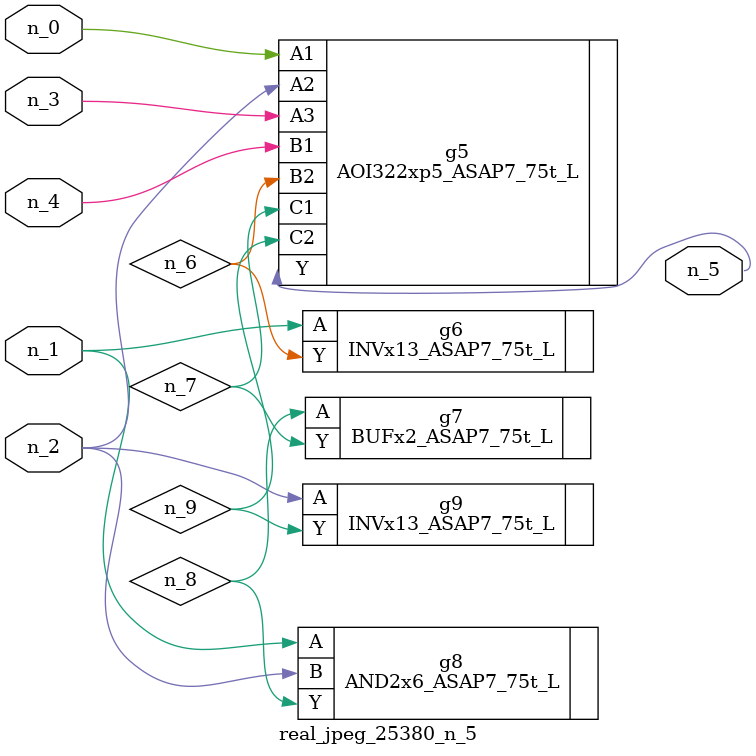
<source format=v>
module real_jpeg_25380_n_5 (n_4, n_0, n_1, n_2, n_3, n_5);

input n_4;
input n_0;
input n_1;
input n_2;
input n_3;

output n_5;

wire n_8;
wire n_6;
wire n_7;
wire n_9;

AOI322xp5_ASAP7_75t_L g5 ( 
.A1(n_0),
.A2(n_2),
.A3(n_3),
.B1(n_4),
.B2(n_6),
.C1(n_7),
.C2(n_9),
.Y(n_5)
);

INVx13_ASAP7_75t_L g6 ( 
.A(n_1),
.Y(n_6)
);

AND2x6_ASAP7_75t_L g8 ( 
.A(n_1),
.B(n_2),
.Y(n_8)
);

INVx13_ASAP7_75t_L g9 ( 
.A(n_2),
.Y(n_9)
);

BUFx2_ASAP7_75t_L g7 ( 
.A(n_8),
.Y(n_7)
);


endmodule
</source>
